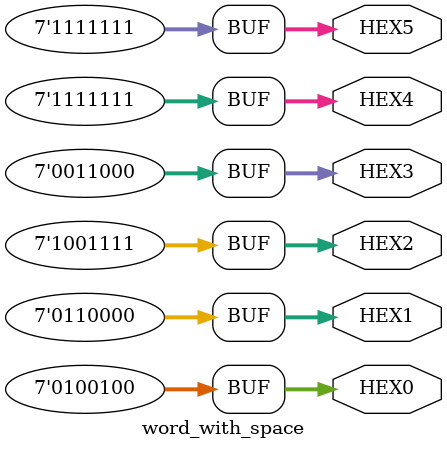
<source format=v>
module word_with_space (
	output [0:6] HEX0,HEX1,HEX2,HEX3,HEX4,HEX5);
	assign HEX0 = 7'b0100100;
	assign HEX1 = 7'b0110000;
	assign HEX2 = 7'b1001111;
	assign HEX3 = 7'b0011000;
	assign HEX4 = 7'b1111111;
	assign HEX5 = 7'b1111111;
endmodule
</source>
